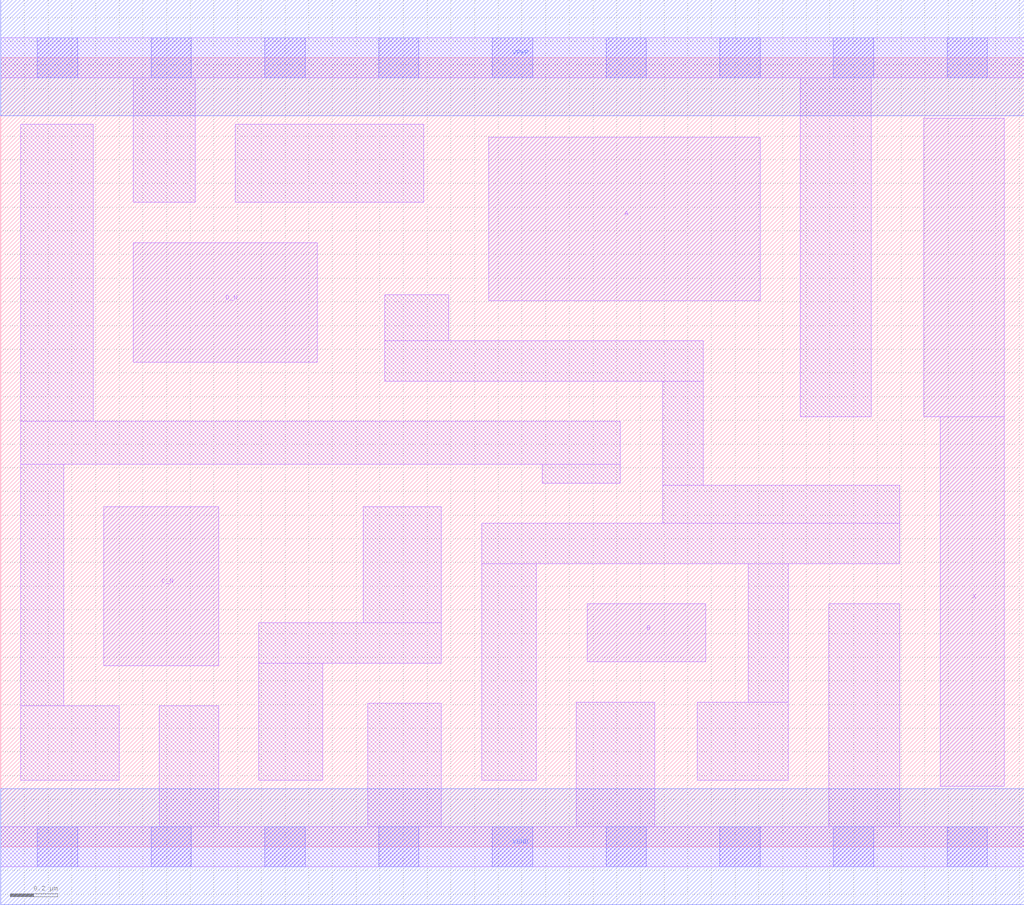
<source format=lef>
# Copyright 2020 The SkyWater PDK Authors
#
# Licensed under the Apache License, Version 2.0 (the "License");
# you may not use this file except in compliance with the License.
# You may obtain a copy of the License at
#
#     https://www.apache.org/licenses/LICENSE-2.0
#
# Unless required by applicable law or agreed to in writing, software
# distributed under the License is distributed on an "AS IS" BASIS,
# WITHOUT WARRANTIES OR CONDITIONS OF ANY KIND, either express or implied.
# See the License for the specific language governing permissions and
# limitations under the License.
#
# SPDX-License-Identifier: Apache-2.0

VERSION 5.7 ;
  NAMESCASESENSITIVE ON ;
  NOWIREEXTENSIONATPIN ON ;
  DIVIDERCHAR "/" ;
  BUSBITCHARS "[]" ;
UNITS
  DATABASE MICRONS 200 ;
END UNITS
MACRO sky130_fd_sc_lp__or4bb_1
  CLASS CORE ;
  FOREIGN sky130_fd_sc_lp__or4bb_1 ;
  ORIGIN  0.000000  0.000000 ;
  SIZE  4.320000 BY  3.330000 ;
  SYMMETRY X Y R90 ;
  SITE unit ;
  PIN A
    ANTENNAGATEAREA  0.126000 ;
    DIRECTION INPUT ;
    USE SIGNAL ;
    PORT
      LAYER li1 ;
        RECT 2.060000 2.305000 3.205000 2.995000 ;
    END
  END A
  PIN B
    ANTENNAGATEAREA  0.126000 ;
    DIRECTION INPUT ;
    USE SIGNAL ;
    PORT
      LAYER li1 ;
        RECT 2.475000 0.780000 2.975000 1.025000 ;
    END
  END B
  PIN C_N
    ANTENNAGATEAREA  0.126000 ;
    DIRECTION INPUT ;
    USE SIGNAL ;
    PORT
      LAYER li1 ;
        RECT 0.435000 0.765000 0.920000 1.435000 ;
    END
  END C_N
  PIN D_N
    ANTENNAGATEAREA  0.126000 ;
    DIRECTION INPUT ;
    USE SIGNAL ;
    PORT
      LAYER li1 ;
        RECT 0.560000 2.045000 1.335000 2.550000 ;
    END
  END D_N
  PIN X
    ANTENNADIFFAREA  0.556500 ;
    DIRECTION OUTPUT ;
    USE SIGNAL ;
    PORT
      LAYER li1 ;
        RECT 3.895000 1.815000 4.235000 3.075000 ;
        RECT 3.965000 0.255000 4.235000 1.815000 ;
    END
  END X
  PIN VGND
    DIRECTION INOUT ;
    USE GROUND ;
    PORT
      LAYER met1 ;
        RECT 0.000000 -0.245000 4.320000 0.245000 ;
    END
  END VGND
  PIN VPWR
    DIRECTION INOUT ;
    USE POWER ;
    PORT
      LAYER met1 ;
        RECT 0.000000 3.085000 4.320000 3.575000 ;
    END
  END VPWR
  OBS
    LAYER li1 ;
      RECT 0.000000 -0.085000 4.320000 0.085000 ;
      RECT 0.000000  3.245000 4.320000 3.415000 ;
      RECT 0.085000  0.280000 0.500000 0.595000 ;
      RECT 0.085000  0.595000 0.265000 1.615000 ;
      RECT 0.085000  1.615000 2.615000 1.795000 ;
      RECT 0.085000  1.795000 0.390000 3.050000 ;
      RECT 0.560000  2.720000 0.820000 3.245000 ;
      RECT 0.670000  0.085000 0.920000 0.595000 ;
      RECT 0.990000  2.720000 1.785000 3.050000 ;
      RECT 1.090000  0.280000 1.360000 0.775000 ;
      RECT 1.090000  0.775000 1.860000 0.945000 ;
      RECT 1.530000  0.945000 1.860000 1.435000 ;
      RECT 1.550000  0.085000 1.860000 0.605000 ;
      RECT 1.620000  1.965000 2.965000 2.135000 ;
      RECT 1.620000  2.135000 1.890000 2.330000 ;
      RECT 2.030000  0.280000 2.260000 1.195000 ;
      RECT 2.030000  1.195000 3.795000 1.365000 ;
      RECT 2.285000  1.535000 2.615000 1.615000 ;
      RECT 2.430000  0.085000 2.760000 0.610000 ;
      RECT 2.795000  1.365000 3.795000 1.525000 ;
      RECT 2.795000  1.525000 2.965000 1.965000 ;
      RECT 2.940000  0.280000 3.325000 0.610000 ;
      RECT 3.155000  0.610000 3.325000 1.195000 ;
      RECT 3.375000  1.815000 3.675000 3.245000 ;
      RECT 3.495000  0.085000 3.795000 1.025000 ;
    LAYER mcon ;
      RECT 0.155000 -0.085000 0.325000 0.085000 ;
      RECT 0.155000  3.245000 0.325000 3.415000 ;
      RECT 0.635000 -0.085000 0.805000 0.085000 ;
      RECT 0.635000  3.245000 0.805000 3.415000 ;
      RECT 1.115000 -0.085000 1.285000 0.085000 ;
      RECT 1.115000  3.245000 1.285000 3.415000 ;
      RECT 1.595000 -0.085000 1.765000 0.085000 ;
      RECT 1.595000  3.245000 1.765000 3.415000 ;
      RECT 2.075000 -0.085000 2.245000 0.085000 ;
      RECT 2.075000  3.245000 2.245000 3.415000 ;
      RECT 2.555000 -0.085000 2.725000 0.085000 ;
      RECT 2.555000  3.245000 2.725000 3.415000 ;
      RECT 3.035000 -0.085000 3.205000 0.085000 ;
      RECT 3.035000  3.245000 3.205000 3.415000 ;
      RECT 3.515000 -0.085000 3.685000 0.085000 ;
      RECT 3.515000  3.245000 3.685000 3.415000 ;
      RECT 3.995000 -0.085000 4.165000 0.085000 ;
      RECT 3.995000  3.245000 4.165000 3.415000 ;
  END
END sky130_fd_sc_lp__or4bb_1
END LIBRARY

</source>
